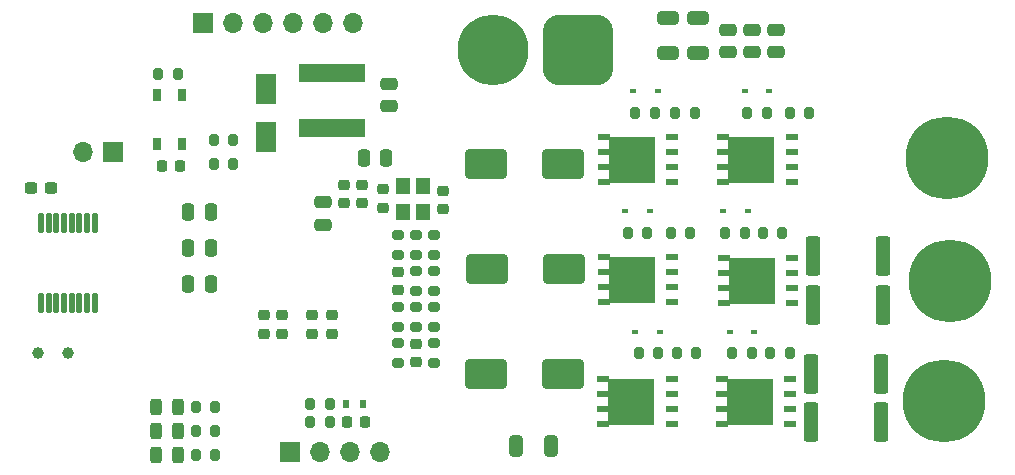
<source format=gbr>
%TF.GenerationSoftware,KiCad,Pcbnew,6.99.0-unknown-f8b157a1fb~149~ubuntu22.04.1*%
%TF.CreationDate,2022-10-15T12:14:30+11:00*%
%TF.ProjectId,STSPIN32G4,53545350-494e-4333-9247-342e6b696361,rev?*%
%TF.SameCoordinates,Original*%
%TF.FileFunction,Soldermask,Top*%
%TF.FilePolarity,Negative*%
%FSLAX46Y46*%
G04 Gerber Fmt 4.6, Leading zero omitted, Abs format (unit mm)*
G04 Created by KiCad (PCBNEW 6.99.0-unknown-f8b157a1fb~149~ubuntu22.04.1) date 2022-10-15 12:14:30*
%MOMM*%
%LPD*%
G01*
G04 APERTURE LIST*
G04 Aperture macros list*
%AMRoundRect*
0 Rectangle with rounded corners*
0 $1 Rounding radius*
0 $2 $3 $4 $5 $6 $7 $8 $9 X,Y pos of 4 corners*
0 Add a 4 corners polygon primitive as box body*
4,1,4,$2,$3,$4,$5,$6,$7,$8,$9,$2,$3,0*
0 Add four circle primitives for the rounded corners*
1,1,$1+$1,$2,$3*
1,1,$1+$1,$4,$5*
1,1,$1+$1,$6,$7*
1,1,$1+$1,$8,$9*
0 Add four rect primitives between the rounded corners*
20,1,$1+$1,$2,$3,$4,$5,0*
20,1,$1+$1,$4,$5,$6,$7,0*
20,1,$1+$1,$6,$7,$8,$9,0*
20,1,$1+$1,$8,$9,$2,$3,0*%
G04 Aperture macros list end*
%ADD10R,1.700000X1.700000*%
%ADD11O,1.700000X1.700000*%
%ADD12RoundRect,0.125000X0.125000X-0.762500X0.125000X0.762500X-0.125000X0.762500X-0.125000X-0.762500X0*%
%ADD13C,1.000000*%
%ADD14RoundRect,0.237500X-0.300000X-0.237500X0.300000X-0.237500X0.300000X0.237500X-0.300000X0.237500X0*%
%ADD15RoundRect,0.200000X0.200000X0.275000X-0.200000X0.275000X-0.200000X-0.275000X0.200000X-0.275000X0*%
%ADD16RoundRect,0.200000X-0.200000X-0.275000X0.200000X-0.275000X0.200000X0.275000X-0.200000X0.275000X0*%
%ADD17C,7.000000*%
%ADD18RoundRect,0.250000X0.362500X1.425000X-0.362500X1.425000X-0.362500X-1.425000X0.362500X-1.425000X0*%
%ADD19RoundRect,0.200000X-0.275000X0.200000X-0.275000X-0.200000X0.275000X-0.200000X0.275000X0.200000X0*%
%ADD20RoundRect,0.200000X0.275000X-0.200000X0.275000X0.200000X-0.275000X0.200000X-0.275000X-0.200000X0*%
%ADD21R,1.100000X0.500000*%
%ADD22R,4.000000X4.000000*%
%ADD23R,0.600000X0.450000*%
%ADD24RoundRect,0.225000X-0.250000X0.225000X-0.250000X-0.225000X0.250000X-0.225000X0.250000X0.225000X0*%
%ADD25RoundRect,0.250000X-0.475000X0.250000X-0.475000X-0.250000X0.475000X-0.250000X0.475000X0.250000X0*%
%ADD26RoundRect,0.250000X-0.250000X-0.475000X0.250000X-0.475000X0.250000X0.475000X-0.250000X0.475000X0*%
%ADD27RoundRect,1.500000X1.500000X1.500000X-1.500000X1.500000X-1.500000X-1.500000X1.500000X-1.500000X0*%
%ADD28C,6.000000*%
%ADD29RoundRect,0.250000X1.500000X1.000000X-1.500000X1.000000X-1.500000X-1.000000X1.500000X-1.000000X0*%
%ADD30R,1.800000X2.500000*%
%ADD31RoundRect,0.225000X0.250000X-0.225000X0.250000X0.225000X-0.250000X0.225000X-0.250000X-0.225000X0*%
%ADD32RoundRect,0.225000X0.225000X0.250000X-0.225000X0.250000X-0.225000X-0.250000X0.225000X-0.250000X0*%
%ADD33RoundRect,0.250000X0.325000X0.650000X-0.325000X0.650000X-0.325000X-0.650000X0.325000X-0.650000X0*%
%ADD34R,0.600000X0.700000*%
%ADD35RoundRect,0.250000X0.475000X-0.250000X0.475000X0.250000X-0.475000X0.250000X-0.475000X-0.250000X0*%
%ADD36RoundRect,0.225000X-0.225000X-0.250000X0.225000X-0.250000X0.225000X0.250000X-0.225000X0.250000X0*%
%ADD37RoundRect,0.243750X0.243750X0.456250X-0.243750X0.456250X-0.243750X-0.456250X0.243750X-0.456250X0*%
%ADD38R,0.650000X1.050000*%
%ADD39RoundRect,0.250000X0.650000X-0.325000X0.650000X0.325000X-0.650000X0.325000X-0.650000X-0.325000X0*%
%ADD40R,1.200000X1.400000*%
%ADD41R,5.700000X1.600000*%
G04 APERTURE END LIST*
D10*
%TO.C,J7*%
X-52064999Y10667999D03*
D11*
X-54604999Y10667999D03*
%TD*%
D12*
%TO.C,U3*%
X-58155000Y-2142500D03*
X-57505000Y-2142500D03*
X-56855000Y-2142500D03*
X-56205000Y-2142500D03*
X-55555000Y-2142500D03*
X-54905000Y-2142500D03*
X-54255000Y-2142500D03*
X-53605000Y-2142500D03*
X-53605000Y4682500D03*
X-54255000Y4682500D03*
X-54905000Y4682500D03*
X-55555000Y4682500D03*
X-56205000Y4682500D03*
X-56855000Y4682500D03*
X-57505000Y4682500D03*
X-58155000Y4682500D03*
%TD*%
D13*
%TO.C,TP4*%
X-55880000Y-6350000D03*
%TD*%
%TO.C,TP3*%
X-58420000Y-6350000D03*
%TD*%
D14*
%TO.C,C14*%
X-59028500Y7620000D03*
X-57303500Y7620000D03*
%TD*%
D15*
%TO.C,R3*%
X-41847000Y11684000D03*
X-43497000Y11684000D03*
%TD*%
D16*
%TO.C,R2*%
X-43497000Y9652000D03*
X-41847000Y9652000D03*
%TD*%
D10*
%TO.C,J6*%
X-37083999Y-14731999D03*
D11*
X-34543999Y-14731999D03*
X-32003999Y-14731999D03*
X-29463999Y-14731999D03*
%TD*%
D17*
%TO.C,J8*%
X18542000Y10160000D03*
%TD*%
%TO.C,J9*%
X18288000Y-10414000D03*
%TD*%
%TO.C,J3*%
X18796000Y-254000D03*
%TD*%
D18*
%TO.C,R15*%
X7197500Y-2238000D03*
X13122500Y-2238000D03*
%TD*%
%TO.C,R14*%
X13122500Y1905000D03*
X7197500Y1905000D03*
%TD*%
D19*
%TO.C,R29*%
X-27940000Y-5525000D03*
X-27940000Y-7175000D03*
%TD*%
D20*
%TO.C,R27*%
X-26416000Y-4127000D03*
X-26416000Y-2477000D03*
%TD*%
D19*
%TO.C,R26*%
X-27940000Y-2477000D03*
X-27940000Y-4127000D03*
%TD*%
D20*
%TO.C,R24*%
X-24892000Y-5525000D03*
X-24892000Y-7175000D03*
%TD*%
%TO.C,R23*%
X-24892000Y-4127000D03*
X-24892000Y-2477000D03*
%TD*%
D16*
%TO.C,R20*%
X6921000Y13970000D03*
X5271000Y13970000D03*
%TD*%
%TO.C,R19*%
X-4445000Y13970000D03*
X-2795000Y13970000D03*
%TD*%
D15*
%TO.C,R18*%
X3301000Y13970000D03*
X1651000Y13970000D03*
%TD*%
%TO.C,R17*%
X-6160000Y13970000D03*
X-7810000Y13970000D03*
%TD*%
D16*
%TO.C,R12*%
X4635000Y3810000D03*
X2985000Y3810000D03*
%TD*%
%TO.C,R11*%
X-4825000Y3810000D03*
X-3175000Y3810000D03*
%TD*%
D15*
%TO.C,R4*%
X-190000Y3810000D03*
X1460000Y3810000D03*
%TD*%
%TO.C,R1*%
X-6795000Y3810000D03*
X-8445000Y3810000D03*
%TD*%
D21*
%TO.C,Q6*%
X5439999Y11929999D03*
D22*
X2007999Y10024999D03*
D21*
X-359999Y8119999D03*
X-359999Y9389999D03*
X-359999Y10659999D03*
X-359999Y11929999D03*
X5439999Y8119999D03*
X5439999Y9389999D03*
X5439999Y10659999D03*
%TD*%
%TO.C,Q5*%
X-4703999Y10659999D03*
X-4703999Y9389999D03*
X-4703999Y8119999D03*
X-10503999Y11929999D03*
X-10503999Y10659999D03*
X-10503999Y9389999D03*
X-10503999Y8119999D03*
D22*
X-8135999Y10024999D03*
D21*
X-4703999Y11929999D03*
%TD*%
%TO.C,Q4*%
X5471999Y1674999D03*
D22*
X2039999Y-229999D03*
D21*
X-327999Y-2134999D03*
X-327999Y-864999D03*
X-327999Y404999D03*
X-327999Y1674999D03*
X5471999Y-2134999D03*
X5471999Y-864999D03*
X5471999Y404999D03*
%TD*%
%TO.C,Q3*%
X-4687999Y499999D03*
X-4687999Y-769999D03*
X-4687999Y-2039999D03*
X-10487999Y1769999D03*
X-10487999Y499999D03*
X-10487999Y-769999D03*
X-10487999Y-2039999D03*
D22*
X-8119999Y-134999D03*
D21*
X-4687999Y1769999D03*
%TD*%
D23*
%TO.C,D12*%
X1425999Y15874999D03*
X3525999Y15874999D03*
%TD*%
%TO.C,D11*%
X-8034999Y15874999D03*
X-5934999Y15874999D03*
%TD*%
%TO.C,D10*%
X1684999Y5714999D03*
X-414999Y5714999D03*
%TD*%
%TO.C,D1*%
X-8669999Y5714999D03*
X-6569999Y5714999D03*
%TD*%
D24*
%TO.C,C29*%
X-26416000Y-5575000D03*
X-26416000Y-7125000D03*
%TD*%
D25*
%TO.C,C28*%
X4064000Y21016000D03*
X4064000Y19116000D03*
%TD*%
D26*
%TO.C,C27*%
X-45654000Y-508000D03*
X-43754000Y-508000D03*
%TD*%
D25*
%TO.C,C26*%
X2032000Y21016000D03*
X2032000Y19116000D03*
%TD*%
D26*
%TO.C,C24*%
X-45654000Y2540000D03*
X-43754000Y2540000D03*
%TD*%
D18*
%TO.C,R10*%
X12945500Y-12169000D03*
X7020500Y-12169000D03*
%TD*%
D27*
%TO.C,J4*%
X-12700000Y19327000D03*
D28*
X-19900000Y19327000D03*
%TD*%
D21*
%TO.C,Q1*%
X-4719999Y-8556999D03*
D22*
X-8151999Y-10461999D03*
D21*
X-10519999Y-12366999D03*
X-10519999Y-11096999D03*
X-10519999Y-9826999D03*
X-10519999Y-8556999D03*
X-4719999Y-12366999D03*
X-4719999Y-11096999D03*
X-4719999Y-9826999D03*
%TD*%
D15*
%TO.C,R13*%
X-5893000Y-6327000D03*
X-7543000Y-6327000D03*
%TD*%
D20*
%TO.C,R50*%
X-24892000Y-1066000D03*
X-24892000Y584000D03*
%TD*%
D29*
%TO.C,C31*%
X-13970000Y9652000D03*
X-20470000Y9652000D03*
%TD*%
D30*
%TO.C,D5*%
X-39115999Y11969999D03*
X-39115999Y15969999D03*
%TD*%
D10*
%TO.C,J2*%
X-44424999Y21614999D03*
D11*
X-41884999Y21614999D03*
X-39344999Y21614999D03*
X-36804999Y21614999D03*
X-34264999Y21614999D03*
X-31724999Y21614999D03*
%TD*%
D31*
%TO.C,C18*%
X-24130000Y5829000D03*
X-24130000Y7379000D03*
%TD*%
D24*
%TO.C,C1*%
X-29210000Y7506000D03*
X-29210000Y5956000D03*
%TD*%
D32*
%TO.C,C15*%
X-46342000Y9525000D03*
X-47892000Y9525000D03*
%TD*%
D26*
%TO.C,C6*%
X-30795000Y10160000D03*
X-28895000Y10160000D03*
%TD*%
D25*
%TO.C,C13*%
X0Y21016000D03*
X0Y19116000D03*
%TD*%
D20*
%TO.C,R47*%
X-26416000Y1982000D03*
X-26416000Y3632000D03*
%TD*%
D33*
%TO.C,C23*%
X-14986000Y-14224000D03*
X-17936000Y-14224000D03*
%TD*%
D16*
%TO.C,R8*%
X-48196000Y17272000D03*
X-46546000Y17272000D03*
%TD*%
D15*
%TO.C,R25*%
X2031000Y-6350000D03*
X381000Y-6350000D03*
%TD*%
D34*
%TO.C,D8*%
X-30909999Y-10667999D03*
X-32309999Y-10667999D03*
%TD*%
D24*
%TO.C,C9*%
X-33528000Y-3149000D03*
X-33528000Y-4699000D03*
%TD*%
D25*
%TO.C,C2*%
X-34290000Y6411000D03*
X-34290000Y4511000D03*
%TD*%
D24*
%TO.C,C12*%
X-32512000Y7887000D03*
X-32512000Y6337000D03*
%TD*%
D35*
%TO.C,C$1*%
X-28702000Y14544000D03*
X-28702000Y16444000D03*
%TD*%
D23*
%TO.C,D7*%
X-7830999Y-4548999D03*
X-5730999Y-4548999D03*
%TD*%
D21*
%TO.C,Q2*%
X5287999Y-8556999D03*
D22*
X1855999Y-10461999D03*
D21*
X-511999Y-12366999D03*
X-511999Y-11096999D03*
X-511999Y-9826999D03*
X-511999Y-8556999D03*
X5287999Y-12366999D03*
X5287999Y-11096999D03*
X5287999Y-9826999D03*
%TD*%
D36*
%TO.C,C19*%
X-32271000Y-12192000D03*
X-30721000Y-12192000D03*
%TD*%
D37*
%TO.C,D4*%
X-46560500Y-12979000D03*
X-48435500Y-12979000D03*
%TD*%
D24*
%TO.C,C7*%
X-30988000Y6337000D03*
X-30988000Y7887000D03*
%TD*%
%TO.C,C10*%
X-39243000Y-3149000D03*
X-39243000Y-4699000D03*
%TD*%
D38*
%TO.C,SW1*%
X-48318999Y11386999D03*
X-48318999Y15536999D03*
X-46168999Y11386999D03*
X-46168999Y15536999D03*
%TD*%
D37*
%TO.C,D3*%
X-46560500Y-15011000D03*
X-48435500Y-15011000D03*
%TD*%
D19*
%TO.C,R41*%
X-27940000Y3632000D03*
X-27940000Y1982000D03*
%TD*%
D16*
%TO.C,R6*%
X-45021000Y-12979000D03*
X-43371000Y-12979000D03*
%TD*%
%TO.C,R37*%
X-35356000Y-10668000D03*
X-33706000Y-10668000D03*
%TD*%
D20*
%TO.C,R44*%
X-24892000Y1982000D03*
X-24892000Y3632000D03*
%TD*%
D24*
%TO.C,C22*%
X-27940000Y534000D03*
X-27940000Y-1016000D03*
%TD*%
D39*
%TO.C,C21*%
X-5080000Y19099000D03*
X-5080000Y22049000D03*
%TD*%
D40*
%TO.C,Y3*%
X-25819999Y5630999D03*
X-25819999Y7830999D03*
X-27519999Y7830999D03*
X-27519999Y5630999D03*
%TD*%
D15*
%TO.C,R39*%
X-33706000Y-12192000D03*
X-35356000Y-12192000D03*
%TD*%
D29*
%TO.C,C5*%
X-13895000Y762000D03*
X-20395000Y762000D03*
%TD*%
D24*
%TO.C,C8*%
X-35179000Y-3149000D03*
X-35179000Y-4699000D03*
%TD*%
D16*
%TO.C,R7*%
X-45021000Y-10947000D03*
X-43371000Y-10947000D03*
%TD*%
D19*
%TO.C,R53*%
X-26416000Y584000D03*
X-26416000Y-1066000D03*
%TD*%
D41*
%TO.C,L2*%
X-33527999Y12699999D03*
X-33527999Y17399999D03*
%TD*%
D18*
%TO.C,R9*%
X12945500Y-8105000D03*
X7020500Y-8105000D03*
%TD*%
D26*
%TO.C,C16*%
X-45654000Y5588000D03*
X-43754000Y5588000D03*
%TD*%
D37*
%TO.C,D6*%
X-46560500Y-10922000D03*
X-48435500Y-10922000D03*
%TD*%
D24*
%TO.C,C11*%
X-37719000Y-3149000D03*
X-37719000Y-4699000D03*
%TD*%
D23*
%TO.C,D2*%
X155999Y-4571999D03*
X2255999Y-4571999D03*
%TD*%
D16*
%TO.C,R16*%
X-4304000Y-6327000D03*
X-2654000Y-6327000D03*
%TD*%
D39*
%TO.C,C20*%
X-2540000Y19099000D03*
X-2540000Y22049000D03*
%TD*%
D16*
%TO.C,R28*%
X3620000Y-6350000D03*
X5270000Y-6350000D03*
%TD*%
D29*
%TO.C,C4*%
X-13970000Y-8128000D03*
X-20470000Y-8128000D03*
%TD*%
D16*
%TO.C,R5*%
X-45021000Y-15011000D03*
X-43371000Y-15011000D03*
%TD*%
M02*

</source>
